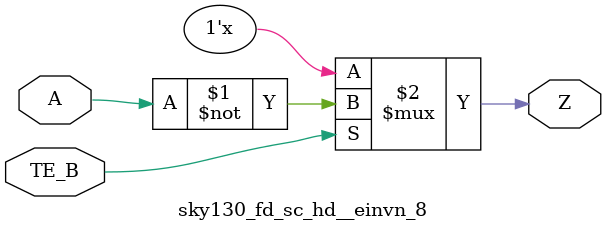
<source format=v>
/*
 * Copyright 2020 The SkyWater PDK Authors
 *
 * Licensed under the Apache License, Version 2.0 (the "License");
 * you may not use this file except in compliance with the License.
 * You may obtain a copy of the License at
 *
 *     https://www.apache.org/licenses/LICENSE-2.0
 *
 * Unless required by applicable law or agreed to in writing, software
 * distributed under the License is distributed on an "AS IS" BASIS,
 * WITHOUT WARRANTIES OR CONDITIONS OF ANY KIND, either express or implied.
 * See the License for the specific language governing permissions and
 * limitations under the License.
 *
 * SPDX-License-Identifier: Apache-2.0
*/


`ifndef SKY130_FD_SC_HD__EINVN_8_FUNCTIONAL_V
`define SKY130_FD_SC_HD__EINVN_8_FUNCTIONAL_V

/**
 * einvn: Tri-state inverter, negative enable.
 *
 * Verilog simulation functional model.
 */

`timescale 1ns / 1ps
`default_nettype none

`celldefine
module sky130_fd_sc_hd__einvn_8 (
    Z   ,
    A   ,
    TE_B
);

    // Module ports
    output Z   ;
    input  A   ;
    input  TE_B;

    //     Name     Output  Other arguments
    notif0 notif00 (Z     , A, TE_B        );

endmodule
`endcelldefine

`default_nettype wire
`endif  // SKY130_FD_SC_HD__EINVN_8_FUNCTIONAL_V

</source>
